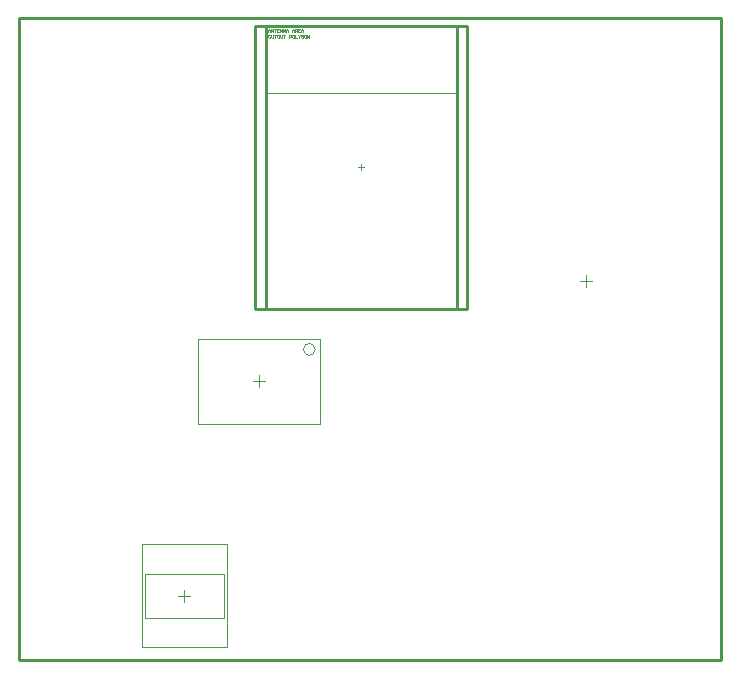
<source format=gko>
G04 Layer_Color=16711935*
%FSLAX25Y25*%
%MOIN*%
G70*
G01*
G75*
%ADD18C,0.00394*%
%ADD19C,0.01000*%
%ADD20C,0.00200*%
%ADD21C,0.00197*%
D18*
X98701Y103630D02*
G03*
X98701Y103630I-1969J0D01*
G01*
X41811Y14279D02*
X68189D01*
X41811Y28886D02*
X68189D01*
X41811Y14279D02*
Y28886D01*
X68189Y14279D02*
Y28886D01*
X59724Y107173D02*
X100276D01*
X59724Y78827D02*
X100276D01*
Y107173D01*
X59724Y78827D02*
Y107173D01*
X55000Y19614D02*
Y23551D01*
X53031Y21583D02*
X56969D01*
X80000Y91032D02*
Y94969D01*
X78032Y93000D02*
X81969D01*
X187032Y126500D02*
X190969D01*
X189000Y124531D02*
Y128469D01*
X113980Y163333D02*
Y165333D01*
X112980Y164333D02*
X114980D01*
D19*
X0Y0D02*
X233858D01*
X0D02*
Y214173D01*
X233858Y0D02*
Y214173D01*
X0D02*
X233858D01*
X82155Y117208D02*
X145806D01*
Y211458D01*
X82155D02*
X145806D01*
X82155Y117208D02*
Y211458D01*
X78646Y117208D02*
Y211458D01*
X149315D01*
Y117208D02*
Y211458D01*
X78646Y117208D02*
X149315D01*
D20*
X81984Y189238D02*
Y211500D01*
X145984D01*
Y189238D02*
Y211500D01*
X81984Y189238D02*
X145984D01*
X83651Y208333D02*
X83484Y208500D01*
X83151D01*
X82984Y208333D01*
Y207667D01*
X83151Y207500D01*
X83484D01*
X83651Y207667D01*
X83984Y208500D02*
Y207667D01*
X84150Y207500D01*
X84484D01*
X84650Y207667D01*
Y208500D01*
X84984D02*
X85650D01*
X85317D01*
Y207500D01*
X86483Y208500D02*
X86150D01*
X85983Y208333D01*
Y207667D01*
X86150Y207500D01*
X86483D01*
X86650Y207667D01*
Y208333D01*
X86483Y208500D01*
X86983D02*
Y207667D01*
X87150Y207500D01*
X87483D01*
X87649Y207667D01*
Y208500D01*
X87983D02*
X88649D01*
X88316D01*
Y207500D01*
X89982D02*
Y208500D01*
X90482D01*
X90649Y208333D01*
Y208000D01*
X90482Y207833D01*
X89982D01*
X91482Y208500D02*
X91148D01*
X90982Y208333D01*
Y207667D01*
X91148Y207500D01*
X91482D01*
X91648Y207667D01*
Y208333D01*
X91482Y208500D01*
X91981D02*
Y207500D01*
X92648D01*
X92981Y208500D02*
Y208333D01*
X93314Y208000D01*
X93647Y208333D01*
Y208500D01*
X93314Y208000D02*
Y207500D01*
X94647Y208333D02*
X94481Y208500D01*
X94147D01*
X93981Y208333D01*
Y207667D01*
X94147Y207500D01*
X94481D01*
X94647Y207667D01*
Y208000D01*
X94314D01*
X95480Y208500D02*
X95147D01*
X94980Y208333D01*
Y207667D01*
X95147Y207500D01*
X95480D01*
X95647Y207667D01*
Y208333D01*
X95480Y208500D01*
X95980Y207500D02*
Y208500D01*
X96646Y207500D01*
Y208500D01*
X82984Y209500D02*
Y210167D01*
X83318Y210500D01*
X83651Y210167D01*
Y209500D01*
Y210000D01*
X82984D01*
X83984Y209500D02*
Y210500D01*
X84650Y209500D01*
Y210500D01*
X84984D02*
X85650D01*
X85317D01*
Y209500D01*
X86650Y210500D02*
X85983D01*
Y209500D01*
X86650D01*
X85983Y210000D02*
X86317D01*
X86983Y209500D02*
Y210500D01*
X87649Y209500D01*
Y210500D01*
X87983Y209500D02*
Y210500D01*
X88649Y209500D01*
Y210500D01*
X88982Y209500D02*
Y210167D01*
X89316Y210500D01*
X89649Y210167D01*
Y209500D01*
Y210000D01*
X88982D01*
X90982Y209500D02*
Y210167D01*
X91315Y210500D01*
X91648Y210167D01*
Y209500D01*
Y210000D01*
X90982D01*
X91981Y209500D02*
Y210500D01*
X92481D01*
X92648Y210333D01*
Y210000D01*
X92481Y209833D01*
X91981D01*
X92315D02*
X92648Y209500D01*
X93647Y210500D02*
X92981D01*
Y209500D01*
X93647D01*
X92981Y210000D02*
X93314D01*
X93981Y209500D02*
Y210167D01*
X94314Y210500D01*
X94647Y210167D01*
Y209500D01*
Y210000D01*
X93981D01*
D21*
X40827Y4457D02*
X69173D01*
X40827Y38709D02*
X69173D01*
X40827Y4457D02*
Y38709D01*
X69173Y4457D02*
Y38709D01*
M02*

</source>
